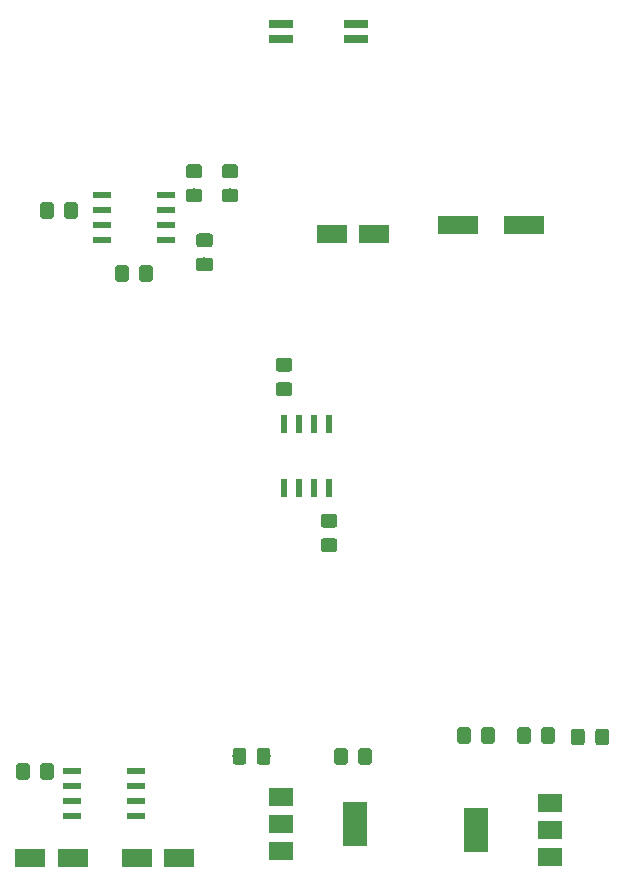
<source format=gbr>
G04 #@! TF.GenerationSoftware,KiCad,Pcbnew,(5.0.0-3-g5ebb6b6)*
G04 #@! TF.CreationDate,2018-11-15T11:28:39+00:00*
G04 #@! TF.ProjectId,555PWMTremolo,35353550574D5472656D6F6C6F2E6B69,rev?*
G04 #@! TF.SameCoordinates,Original*
G04 #@! TF.FileFunction,Paste,Top*
G04 #@! TF.FilePolarity,Positive*
%FSLAX46Y46*%
G04 Gerber Fmt 4.6, Leading zero omitted, Abs format (unit mm)*
G04 Created by KiCad (PCBNEW (5.0.0-3-g5ebb6b6)) date Thursday, 15 November 2018 at 11:28:39*
%MOMM*%
%LPD*%
G01*
G04 APERTURE LIST*
%ADD10R,2.000000X1.500000*%
%ADD11R,2.000000X3.800000*%
%ADD12C,0.100000*%
%ADD13C,1.150000*%
%ADD14R,0.600000X1.550000*%
%ADD15R,2.600000X1.600000*%
%ADD16R,1.550000X0.600000*%
%ADD17R,2.000000X0.640000*%
%ADD18R,3.500000X1.600000*%
G04 APERTURE END LIST*
D10*
G04 #@! TO.C,U_NREG1*
X100241500Y-144159000D03*
X100241500Y-139559000D03*
X100241500Y-141859000D03*
D11*
X93941500Y-141859000D03*
G04 #@! TD*
D12*
G04 #@! TO.C,C_BP1*
G36*
X70578505Y-87573204D02*
X70602773Y-87576804D01*
X70626572Y-87582765D01*
X70649671Y-87591030D01*
X70671850Y-87601520D01*
X70692893Y-87614132D01*
X70712599Y-87628747D01*
X70730777Y-87645223D01*
X70747253Y-87663401D01*
X70761868Y-87683107D01*
X70774480Y-87704150D01*
X70784970Y-87726329D01*
X70793235Y-87749428D01*
X70799196Y-87773227D01*
X70802796Y-87797495D01*
X70804000Y-87821999D01*
X70804000Y-88472001D01*
X70802796Y-88496505D01*
X70799196Y-88520773D01*
X70793235Y-88544572D01*
X70784970Y-88567671D01*
X70774480Y-88589850D01*
X70761868Y-88610893D01*
X70747253Y-88630599D01*
X70730777Y-88648777D01*
X70712599Y-88665253D01*
X70692893Y-88679868D01*
X70671850Y-88692480D01*
X70649671Y-88702970D01*
X70626572Y-88711235D01*
X70602773Y-88717196D01*
X70578505Y-88720796D01*
X70554001Y-88722000D01*
X69653999Y-88722000D01*
X69629495Y-88720796D01*
X69605227Y-88717196D01*
X69581428Y-88711235D01*
X69558329Y-88702970D01*
X69536150Y-88692480D01*
X69515107Y-88679868D01*
X69495401Y-88665253D01*
X69477223Y-88648777D01*
X69460747Y-88630599D01*
X69446132Y-88610893D01*
X69433520Y-88589850D01*
X69423030Y-88567671D01*
X69414765Y-88544572D01*
X69408804Y-88520773D01*
X69405204Y-88496505D01*
X69404000Y-88472001D01*
X69404000Y-87821999D01*
X69405204Y-87797495D01*
X69408804Y-87773227D01*
X69414765Y-87749428D01*
X69423030Y-87726329D01*
X69433520Y-87704150D01*
X69446132Y-87683107D01*
X69460747Y-87663401D01*
X69477223Y-87645223D01*
X69495401Y-87628747D01*
X69515107Y-87614132D01*
X69536150Y-87601520D01*
X69558329Y-87591030D01*
X69581428Y-87582765D01*
X69605227Y-87576804D01*
X69629495Y-87573204D01*
X69653999Y-87572000D01*
X70554001Y-87572000D01*
X70578505Y-87573204D01*
X70578505Y-87573204D01*
G37*
D13*
X70104000Y-88147000D03*
D12*
G36*
X70578505Y-85523204D02*
X70602773Y-85526804D01*
X70626572Y-85532765D01*
X70649671Y-85541030D01*
X70671850Y-85551520D01*
X70692893Y-85564132D01*
X70712599Y-85578747D01*
X70730777Y-85595223D01*
X70747253Y-85613401D01*
X70761868Y-85633107D01*
X70774480Y-85654150D01*
X70784970Y-85676329D01*
X70793235Y-85699428D01*
X70799196Y-85723227D01*
X70802796Y-85747495D01*
X70804000Y-85771999D01*
X70804000Y-86422001D01*
X70802796Y-86446505D01*
X70799196Y-86470773D01*
X70793235Y-86494572D01*
X70784970Y-86517671D01*
X70774480Y-86539850D01*
X70761868Y-86560893D01*
X70747253Y-86580599D01*
X70730777Y-86598777D01*
X70712599Y-86615253D01*
X70692893Y-86629868D01*
X70671850Y-86642480D01*
X70649671Y-86652970D01*
X70626572Y-86661235D01*
X70602773Y-86667196D01*
X70578505Y-86670796D01*
X70554001Y-86672000D01*
X69653999Y-86672000D01*
X69629495Y-86670796D01*
X69605227Y-86667196D01*
X69581428Y-86661235D01*
X69558329Y-86652970D01*
X69536150Y-86642480D01*
X69515107Y-86629868D01*
X69495401Y-86615253D01*
X69477223Y-86598777D01*
X69460747Y-86580599D01*
X69446132Y-86560893D01*
X69433520Y-86539850D01*
X69423030Y-86517671D01*
X69414765Y-86494572D01*
X69408804Y-86470773D01*
X69405204Y-86446505D01*
X69404000Y-86422001D01*
X69404000Y-85771999D01*
X69405204Y-85747495D01*
X69408804Y-85723227D01*
X69414765Y-85699428D01*
X69423030Y-85676329D01*
X69433520Y-85654150D01*
X69446132Y-85633107D01*
X69460747Y-85613401D01*
X69477223Y-85595223D01*
X69495401Y-85578747D01*
X69515107Y-85564132D01*
X69536150Y-85551520D01*
X69558329Y-85541030D01*
X69581428Y-85532765D01*
X69605227Y-85526804D01*
X69629495Y-85523204D01*
X69653999Y-85522000D01*
X70554001Y-85522000D01*
X70578505Y-85523204D01*
X70578505Y-85523204D01*
G37*
D13*
X70104000Y-86097000D03*
G04 #@! TD*
D12*
G04 #@! TO.C,C_BP3*
G36*
X78198505Y-103956204D02*
X78222773Y-103959804D01*
X78246572Y-103965765D01*
X78269671Y-103974030D01*
X78291850Y-103984520D01*
X78312893Y-103997132D01*
X78332599Y-104011747D01*
X78350777Y-104028223D01*
X78367253Y-104046401D01*
X78381868Y-104066107D01*
X78394480Y-104087150D01*
X78404970Y-104109329D01*
X78413235Y-104132428D01*
X78419196Y-104156227D01*
X78422796Y-104180495D01*
X78424000Y-104204999D01*
X78424000Y-104855001D01*
X78422796Y-104879505D01*
X78419196Y-104903773D01*
X78413235Y-104927572D01*
X78404970Y-104950671D01*
X78394480Y-104972850D01*
X78381868Y-104993893D01*
X78367253Y-105013599D01*
X78350777Y-105031777D01*
X78332599Y-105048253D01*
X78312893Y-105062868D01*
X78291850Y-105075480D01*
X78269671Y-105085970D01*
X78246572Y-105094235D01*
X78222773Y-105100196D01*
X78198505Y-105103796D01*
X78174001Y-105105000D01*
X77273999Y-105105000D01*
X77249495Y-105103796D01*
X77225227Y-105100196D01*
X77201428Y-105094235D01*
X77178329Y-105085970D01*
X77156150Y-105075480D01*
X77135107Y-105062868D01*
X77115401Y-105048253D01*
X77097223Y-105031777D01*
X77080747Y-105013599D01*
X77066132Y-104993893D01*
X77053520Y-104972850D01*
X77043030Y-104950671D01*
X77034765Y-104927572D01*
X77028804Y-104903773D01*
X77025204Y-104879505D01*
X77024000Y-104855001D01*
X77024000Y-104204999D01*
X77025204Y-104180495D01*
X77028804Y-104156227D01*
X77034765Y-104132428D01*
X77043030Y-104109329D01*
X77053520Y-104087150D01*
X77066132Y-104066107D01*
X77080747Y-104046401D01*
X77097223Y-104028223D01*
X77115401Y-104011747D01*
X77135107Y-103997132D01*
X77156150Y-103984520D01*
X77178329Y-103974030D01*
X77201428Y-103965765D01*
X77225227Y-103959804D01*
X77249495Y-103956204D01*
X77273999Y-103955000D01*
X78174001Y-103955000D01*
X78198505Y-103956204D01*
X78198505Y-103956204D01*
G37*
D13*
X77724000Y-104530000D03*
D12*
G36*
X78198505Y-101906204D02*
X78222773Y-101909804D01*
X78246572Y-101915765D01*
X78269671Y-101924030D01*
X78291850Y-101934520D01*
X78312893Y-101947132D01*
X78332599Y-101961747D01*
X78350777Y-101978223D01*
X78367253Y-101996401D01*
X78381868Y-102016107D01*
X78394480Y-102037150D01*
X78404970Y-102059329D01*
X78413235Y-102082428D01*
X78419196Y-102106227D01*
X78422796Y-102130495D01*
X78424000Y-102154999D01*
X78424000Y-102805001D01*
X78422796Y-102829505D01*
X78419196Y-102853773D01*
X78413235Y-102877572D01*
X78404970Y-102900671D01*
X78394480Y-102922850D01*
X78381868Y-102943893D01*
X78367253Y-102963599D01*
X78350777Y-102981777D01*
X78332599Y-102998253D01*
X78312893Y-103012868D01*
X78291850Y-103025480D01*
X78269671Y-103035970D01*
X78246572Y-103044235D01*
X78222773Y-103050196D01*
X78198505Y-103053796D01*
X78174001Y-103055000D01*
X77273999Y-103055000D01*
X77249495Y-103053796D01*
X77225227Y-103050196D01*
X77201428Y-103044235D01*
X77178329Y-103035970D01*
X77156150Y-103025480D01*
X77135107Y-103012868D01*
X77115401Y-102998253D01*
X77097223Y-102981777D01*
X77080747Y-102963599D01*
X77066132Y-102943893D01*
X77053520Y-102922850D01*
X77043030Y-102900671D01*
X77034765Y-102877572D01*
X77028804Y-102853773D01*
X77025204Y-102829505D01*
X77024000Y-102805001D01*
X77024000Y-102154999D01*
X77025204Y-102130495D01*
X77028804Y-102106227D01*
X77034765Y-102082428D01*
X77043030Y-102059329D01*
X77053520Y-102037150D01*
X77066132Y-102016107D01*
X77080747Y-101996401D01*
X77097223Y-101978223D01*
X77115401Y-101961747D01*
X77135107Y-101947132D01*
X77156150Y-101934520D01*
X77178329Y-101924030D01*
X77201428Y-101915765D01*
X77225227Y-101909804D01*
X77249495Y-101906204D01*
X77273999Y-101905000D01*
X78174001Y-101905000D01*
X78198505Y-101906204D01*
X78198505Y-101906204D01*
G37*
D13*
X77724000Y-102480000D03*
G04 #@! TD*
D12*
G04 #@! TO.C,C_BP4*
G36*
X82008505Y-117164204D02*
X82032773Y-117167804D01*
X82056572Y-117173765D01*
X82079671Y-117182030D01*
X82101850Y-117192520D01*
X82122893Y-117205132D01*
X82142599Y-117219747D01*
X82160777Y-117236223D01*
X82177253Y-117254401D01*
X82191868Y-117274107D01*
X82204480Y-117295150D01*
X82214970Y-117317329D01*
X82223235Y-117340428D01*
X82229196Y-117364227D01*
X82232796Y-117388495D01*
X82234000Y-117412999D01*
X82234000Y-118063001D01*
X82232796Y-118087505D01*
X82229196Y-118111773D01*
X82223235Y-118135572D01*
X82214970Y-118158671D01*
X82204480Y-118180850D01*
X82191868Y-118201893D01*
X82177253Y-118221599D01*
X82160777Y-118239777D01*
X82142599Y-118256253D01*
X82122893Y-118270868D01*
X82101850Y-118283480D01*
X82079671Y-118293970D01*
X82056572Y-118302235D01*
X82032773Y-118308196D01*
X82008505Y-118311796D01*
X81984001Y-118313000D01*
X81083999Y-118313000D01*
X81059495Y-118311796D01*
X81035227Y-118308196D01*
X81011428Y-118302235D01*
X80988329Y-118293970D01*
X80966150Y-118283480D01*
X80945107Y-118270868D01*
X80925401Y-118256253D01*
X80907223Y-118239777D01*
X80890747Y-118221599D01*
X80876132Y-118201893D01*
X80863520Y-118180850D01*
X80853030Y-118158671D01*
X80844765Y-118135572D01*
X80838804Y-118111773D01*
X80835204Y-118087505D01*
X80834000Y-118063001D01*
X80834000Y-117412999D01*
X80835204Y-117388495D01*
X80838804Y-117364227D01*
X80844765Y-117340428D01*
X80853030Y-117317329D01*
X80863520Y-117295150D01*
X80876132Y-117274107D01*
X80890747Y-117254401D01*
X80907223Y-117236223D01*
X80925401Y-117219747D01*
X80945107Y-117205132D01*
X80966150Y-117192520D01*
X80988329Y-117182030D01*
X81011428Y-117173765D01*
X81035227Y-117167804D01*
X81059495Y-117164204D01*
X81083999Y-117163000D01*
X81984001Y-117163000D01*
X82008505Y-117164204D01*
X82008505Y-117164204D01*
G37*
D13*
X81534000Y-117738000D03*
D12*
G36*
X82008505Y-115114204D02*
X82032773Y-115117804D01*
X82056572Y-115123765D01*
X82079671Y-115132030D01*
X82101850Y-115142520D01*
X82122893Y-115155132D01*
X82142599Y-115169747D01*
X82160777Y-115186223D01*
X82177253Y-115204401D01*
X82191868Y-115224107D01*
X82204480Y-115245150D01*
X82214970Y-115267329D01*
X82223235Y-115290428D01*
X82229196Y-115314227D01*
X82232796Y-115338495D01*
X82234000Y-115362999D01*
X82234000Y-116013001D01*
X82232796Y-116037505D01*
X82229196Y-116061773D01*
X82223235Y-116085572D01*
X82214970Y-116108671D01*
X82204480Y-116130850D01*
X82191868Y-116151893D01*
X82177253Y-116171599D01*
X82160777Y-116189777D01*
X82142599Y-116206253D01*
X82122893Y-116220868D01*
X82101850Y-116233480D01*
X82079671Y-116243970D01*
X82056572Y-116252235D01*
X82032773Y-116258196D01*
X82008505Y-116261796D01*
X81984001Y-116263000D01*
X81083999Y-116263000D01*
X81059495Y-116261796D01*
X81035227Y-116258196D01*
X81011428Y-116252235D01*
X80988329Y-116243970D01*
X80966150Y-116233480D01*
X80945107Y-116220868D01*
X80925401Y-116206253D01*
X80907223Y-116189777D01*
X80890747Y-116171599D01*
X80876132Y-116151893D01*
X80863520Y-116130850D01*
X80853030Y-116108671D01*
X80844765Y-116085572D01*
X80838804Y-116061773D01*
X80835204Y-116037505D01*
X80834000Y-116013001D01*
X80834000Y-115362999D01*
X80835204Y-115338495D01*
X80838804Y-115314227D01*
X80844765Y-115290428D01*
X80853030Y-115267329D01*
X80863520Y-115245150D01*
X80876132Y-115224107D01*
X80890747Y-115204401D01*
X80907223Y-115186223D01*
X80925401Y-115169747D01*
X80945107Y-115155132D01*
X80966150Y-115142520D01*
X80988329Y-115132030D01*
X81011428Y-115123765D01*
X81035227Y-115117804D01*
X81059495Y-115114204D01*
X81083999Y-115113000D01*
X81984001Y-115113000D01*
X82008505Y-115114204D01*
X82008505Y-115114204D01*
G37*
D13*
X81534000Y-115688000D03*
G04 #@! TD*
D12*
G04 #@! TO.C,C_BP5*
G36*
X55966505Y-136207204D02*
X55990773Y-136210804D01*
X56014572Y-136216765D01*
X56037671Y-136225030D01*
X56059850Y-136235520D01*
X56080893Y-136248132D01*
X56100599Y-136262747D01*
X56118777Y-136279223D01*
X56135253Y-136297401D01*
X56149868Y-136317107D01*
X56162480Y-136338150D01*
X56172970Y-136360329D01*
X56181235Y-136383428D01*
X56187196Y-136407227D01*
X56190796Y-136431495D01*
X56192000Y-136455999D01*
X56192000Y-137356001D01*
X56190796Y-137380505D01*
X56187196Y-137404773D01*
X56181235Y-137428572D01*
X56172970Y-137451671D01*
X56162480Y-137473850D01*
X56149868Y-137494893D01*
X56135253Y-137514599D01*
X56118777Y-137532777D01*
X56100599Y-137549253D01*
X56080893Y-137563868D01*
X56059850Y-137576480D01*
X56037671Y-137586970D01*
X56014572Y-137595235D01*
X55990773Y-137601196D01*
X55966505Y-137604796D01*
X55942001Y-137606000D01*
X55291999Y-137606000D01*
X55267495Y-137604796D01*
X55243227Y-137601196D01*
X55219428Y-137595235D01*
X55196329Y-137586970D01*
X55174150Y-137576480D01*
X55153107Y-137563868D01*
X55133401Y-137549253D01*
X55115223Y-137532777D01*
X55098747Y-137514599D01*
X55084132Y-137494893D01*
X55071520Y-137473850D01*
X55061030Y-137451671D01*
X55052765Y-137428572D01*
X55046804Y-137404773D01*
X55043204Y-137380505D01*
X55042000Y-137356001D01*
X55042000Y-136455999D01*
X55043204Y-136431495D01*
X55046804Y-136407227D01*
X55052765Y-136383428D01*
X55061030Y-136360329D01*
X55071520Y-136338150D01*
X55084132Y-136317107D01*
X55098747Y-136297401D01*
X55115223Y-136279223D01*
X55133401Y-136262747D01*
X55153107Y-136248132D01*
X55174150Y-136235520D01*
X55196329Y-136225030D01*
X55219428Y-136216765D01*
X55243227Y-136210804D01*
X55267495Y-136207204D01*
X55291999Y-136206000D01*
X55942001Y-136206000D01*
X55966505Y-136207204D01*
X55966505Y-136207204D01*
G37*
D13*
X55617000Y-136906000D03*
D12*
G36*
X58016505Y-136207204D02*
X58040773Y-136210804D01*
X58064572Y-136216765D01*
X58087671Y-136225030D01*
X58109850Y-136235520D01*
X58130893Y-136248132D01*
X58150599Y-136262747D01*
X58168777Y-136279223D01*
X58185253Y-136297401D01*
X58199868Y-136317107D01*
X58212480Y-136338150D01*
X58222970Y-136360329D01*
X58231235Y-136383428D01*
X58237196Y-136407227D01*
X58240796Y-136431495D01*
X58242000Y-136455999D01*
X58242000Y-137356001D01*
X58240796Y-137380505D01*
X58237196Y-137404773D01*
X58231235Y-137428572D01*
X58222970Y-137451671D01*
X58212480Y-137473850D01*
X58199868Y-137494893D01*
X58185253Y-137514599D01*
X58168777Y-137532777D01*
X58150599Y-137549253D01*
X58130893Y-137563868D01*
X58109850Y-137576480D01*
X58087671Y-137586970D01*
X58064572Y-137595235D01*
X58040773Y-137601196D01*
X58016505Y-137604796D01*
X57992001Y-137606000D01*
X57341999Y-137606000D01*
X57317495Y-137604796D01*
X57293227Y-137601196D01*
X57269428Y-137595235D01*
X57246329Y-137586970D01*
X57224150Y-137576480D01*
X57203107Y-137563868D01*
X57183401Y-137549253D01*
X57165223Y-137532777D01*
X57148747Y-137514599D01*
X57134132Y-137494893D01*
X57121520Y-137473850D01*
X57111030Y-137451671D01*
X57102765Y-137428572D01*
X57096804Y-137404773D01*
X57093204Y-137380505D01*
X57092000Y-137356001D01*
X57092000Y-136455999D01*
X57093204Y-136431495D01*
X57096804Y-136407227D01*
X57102765Y-136383428D01*
X57111030Y-136360329D01*
X57121520Y-136338150D01*
X57134132Y-136317107D01*
X57148747Y-136297401D01*
X57165223Y-136279223D01*
X57183401Y-136262747D01*
X57203107Y-136248132D01*
X57224150Y-136235520D01*
X57246329Y-136225030D01*
X57269428Y-136216765D01*
X57293227Y-136210804D01*
X57317495Y-136207204D01*
X57341999Y-136206000D01*
X57992001Y-136206000D01*
X58016505Y-136207204D01*
X58016505Y-136207204D01*
G37*
D13*
X57667000Y-136906000D03*
G04 #@! TD*
D12*
G04 #@! TO.C,R1*
G36*
X74305305Y-134937204D02*
X74329573Y-134940804D01*
X74353372Y-134946765D01*
X74376471Y-134955030D01*
X74398650Y-134965520D01*
X74419693Y-134978132D01*
X74439399Y-134992747D01*
X74457577Y-135009223D01*
X74474053Y-135027401D01*
X74488668Y-135047107D01*
X74501280Y-135068150D01*
X74511770Y-135090329D01*
X74520035Y-135113428D01*
X74525996Y-135137227D01*
X74529596Y-135161495D01*
X74530800Y-135185999D01*
X74530800Y-136086001D01*
X74529596Y-136110505D01*
X74525996Y-136134773D01*
X74520035Y-136158572D01*
X74511770Y-136181671D01*
X74501280Y-136203850D01*
X74488668Y-136224893D01*
X74474053Y-136244599D01*
X74457577Y-136262777D01*
X74439399Y-136279253D01*
X74419693Y-136293868D01*
X74398650Y-136306480D01*
X74376471Y-136316970D01*
X74353372Y-136325235D01*
X74329573Y-136331196D01*
X74305305Y-136334796D01*
X74280801Y-136336000D01*
X73630799Y-136336000D01*
X73606295Y-136334796D01*
X73582027Y-136331196D01*
X73558228Y-136325235D01*
X73535129Y-136316970D01*
X73512950Y-136306480D01*
X73491907Y-136293868D01*
X73472201Y-136279253D01*
X73454023Y-136262777D01*
X73437547Y-136244599D01*
X73422932Y-136224893D01*
X73410320Y-136203850D01*
X73399830Y-136181671D01*
X73391565Y-136158572D01*
X73385604Y-136134773D01*
X73382004Y-136110505D01*
X73380800Y-136086001D01*
X73380800Y-135185999D01*
X73382004Y-135161495D01*
X73385604Y-135137227D01*
X73391565Y-135113428D01*
X73399830Y-135090329D01*
X73410320Y-135068150D01*
X73422932Y-135047107D01*
X73437547Y-135027401D01*
X73454023Y-135009223D01*
X73472201Y-134992747D01*
X73491907Y-134978132D01*
X73512950Y-134965520D01*
X73535129Y-134955030D01*
X73558228Y-134946765D01*
X73582027Y-134940804D01*
X73606295Y-134937204D01*
X73630799Y-134936000D01*
X74280801Y-134936000D01*
X74305305Y-134937204D01*
X74305305Y-134937204D01*
G37*
D13*
X73955800Y-135636000D03*
D12*
G36*
X76355305Y-134937204D02*
X76379573Y-134940804D01*
X76403372Y-134946765D01*
X76426471Y-134955030D01*
X76448650Y-134965520D01*
X76469693Y-134978132D01*
X76489399Y-134992747D01*
X76507577Y-135009223D01*
X76524053Y-135027401D01*
X76538668Y-135047107D01*
X76551280Y-135068150D01*
X76561770Y-135090329D01*
X76570035Y-135113428D01*
X76575996Y-135137227D01*
X76579596Y-135161495D01*
X76580800Y-135185999D01*
X76580800Y-136086001D01*
X76579596Y-136110505D01*
X76575996Y-136134773D01*
X76570035Y-136158572D01*
X76561770Y-136181671D01*
X76551280Y-136203850D01*
X76538668Y-136224893D01*
X76524053Y-136244599D01*
X76507577Y-136262777D01*
X76489399Y-136279253D01*
X76469693Y-136293868D01*
X76448650Y-136306480D01*
X76426471Y-136316970D01*
X76403372Y-136325235D01*
X76379573Y-136331196D01*
X76355305Y-136334796D01*
X76330801Y-136336000D01*
X75680799Y-136336000D01*
X75656295Y-136334796D01*
X75632027Y-136331196D01*
X75608228Y-136325235D01*
X75585129Y-136316970D01*
X75562950Y-136306480D01*
X75541907Y-136293868D01*
X75522201Y-136279253D01*
X75504023Y-136262777D01*
X75487547Y-136244599D01*
X75472932Y-136224893D01*
X75460320Y-136203850D01*
X75449830Y-136181671D01*
X75441565Y-136158572D01*
X75435604Y-136134773D01*
X75432004Y-136110505D01*
X75430800Y-136086001D01*
X75430800Y-135185999D01*
X75432004Y-135161495D01*
X75435604Y-135137227D01*
X75441565Y-135113428D01*
X75449830Y-135090329D01*
X75460320Y-135068150D01*
X75472932Y-135047107D01*
X75487547Y-135027401D01*
X75504023Y-135009223D01*
X75522201Y-134992747D01*
X75541907Y-134978132D01*
X75562950Y-134965520D01*
X75585129Y-134955030D01*
X75608228Y-134946765D01*
X75632027Y-134940804D01*
X75656295Y-134937204D01*
X75680799Y-134936000D01*
X76330801Y-134936000D01*
X76355305Y-134937204D01*
X76355305Y-134937204D01*
G37*
D13*
X76005800Y-135636000D03*
G04 #@! TD*
D12*
G04 #@! TO.C,R2*
G36*
X84940505Y-134937204D02*
X84964773Y-134940804D01*
X84988572Y-134946765D01*
X85011671Y-134955030D01*
X85033850Y-134965520D01*
X85054893Y-134978132D01*
X85074599Y-134992747D01*
X85092777Y-135009223D01*
X85109253Y-135027401D01*
X85123868Y-135047107D01*
X85136480Y-135068150D01*
X85146970Y-135090329D01*
X85155235Y-135113428D01*
X85161196Y-135137227D01*
X85164796Y-135161495D01*
X85166000Y-135185999D01*
X85166000Y-136086001D01*
X85164796Y-136110505D01*
X85161196Y-136134773D01*
X85155235Y-136158572D01*
X85146970Y-136181671D01*
X85136480Y-136203850D01*
X85123868Y-136224893D01*
X85109253Y-136244599D01*
X85092777Y-136262777D01*
X85074599Y-136279253D01*
X85054893Y-136293868D01*
X85033850Y-136306480D01*
X85011671Y-136316970D01*
X84988572Y-136325235D01*
X84964773Y-136331196D01*
X84940505Y-136334796D01*
X84916001Y-136336000D01*
X84265999Y-136336000D01*
X84241495Y-136334796D01*
X84217227Y-136331196D01*
X84193428Y-136325235D01*
X84170329Y-136316970D01*
X84148150Y-136306480D01*
X84127107Y-136293868D01*
X84107401Y-136279253D01*
X84089223Y-136262777D01*
X84072747Y-136244599D01*
X84058132Y-136224893D01*
X84045520Y-136203850D01*
X84035030Y-136181671D01*
X84026765Y-136158572D01*
X84020804Y-136134773D01*
X84017204Y-136110505D01*
X84016000Y-136086001D01*
X84016000Y-135185999D01*
X84017204Y-135161495D01*
X84020804Y-135137227D01*
X84026765Y-135113428D01*
X84035030Y-135090329D01*
X84045520Y-135068150D01*
X84058132Y-135047107D01*
X84072747Y-135027401D01*
X84089223Y-135009223D01*
X84107401Y-134992747D01*
X84127107Y-134978132D01*
X84148150Y-134965520D01*
X84170329Y-134955030D01*
X84193428Y-134946765D01*
X84217227Y-134940804D01*
X84241495Y-134937204D01*
X84265999Y-134936000D01*
X84916001Y-134936000D01*
X84940505Y-134937204D01*
X84940505Y-134937204D01*
G37*
D13*
X84591000Y-135636000D03*
D12*
G36*
X82890505Y-134937204D02*
X82914773Y-134940804D01*
X82938572Y-134946765D01*
X82961671Y-134955030D01*
X82983850Y-134965520D01*
X83004893Y-134978132D01*
X83024599Y-134992747D01*
X83042777Y-135009223D01*
X83059253Y-135027401D01*
X83073868Y-135047107D01*
X83086480Y-135068150D01*
X83096970Y-135090329D01*
X83105235Y-135113428D01*
X83111196Y-135137227D01*
X83114796Y-135161495D01*
X83116000Y-135185999D01*
X83116000Y-136086001D01*
X83114796Y-136110505D01*
X83111196Y-136134773D01*
X83105235Y-136158572D01*
X83096970Y-136181671D01*
X83086480Y-136203850D01*
X83073868Y-136224893D01*
X83059253Y-136244599D01*
X83042777Y-136262777D01*
X83024599Y-136279253D01*
X83004893Y-136293868D01*
X82983850Y-136306480D01*
X82961671Y-136316970D01*
X82938572Y-136325235D01*
X82914773Y-136331196D01*
X82890505Y-136334796D01*
X82866001Y-136336000D01*
X82215999Y-136336000D01*
X82191495Y-136334796D01*
X82167227Y-136331196D01*
X82143428Y-136325235D01*
X82120329Y-136316970D01*
X82098150Y-136306480D01*
X82077107Y-136293868D01*
X82057401Y-136279253D01*
X82039223Y-136262777D01*
X82022747Y-136244599D01*
X82008132Y-136224893D01*
X81995520Y-136203850D01*
X81985030Y-136181671D01*
X81976765Y-136158572D01*
X81970804Y-136134773D01*
X81967204Y-136110505D01*
X81966000Y-136086001D01*
X81966000Y-135185999D01*
X81967204Y-135161495D01*
X81970804Y-135137227D01*
X81976765Y-135113428D01*
X81985030Y-135090329D01*
X81995520Y-135068150D01*
X82008132Y-135047107D01*
X82022747Y-135027401D01*
X82039223Y-135009223D01*
X82057401Y-134992747D01*
X82077107Y-134978132D01*
X82098150Y-134965520D01*
X82120329Y-134955030D01*
X82143428Y-134946765D01*
X82167227Y-134940804D01*
X82191495Y-134937204D01*
X82215999Y-134936000D01*
X82866001Y-134936000D01*
X82890505Y-134937204D01*
X82890505Y-134937204D01*
G37*
D13*
X82541000Y-135636000D03*
G04 #@! TD*
D12*
G04 #@! TO.C,R3*
G36*
X102956505Y-133286204D02*
X102980773Y-133289804D01*
X103004572Y-133295765D01*
X103027671Y-133304030D01*
X103049850Y-133314520D01*
X103070893Y-133327132D01*
X103090599Y-133341747D01*
X103108777Y-133358223D01*
X103125253Y-133376401D01*
X103139868Y-133396107D01*
X103152480Y-133417150D01*
X103162970Y-133439329D01*
X103171235Y-133462428D01*
X103177196Y-133486227D01*
X103180796Y-133510495D01*
X103182000Y-133534999D01*
X103182000Y-134435001D01*
X103180796Y-134459505D01*
X103177196Y-134483773D01*
X103171235Y-134507572D01*
X103162970Y-134530671D01*
X103152480Y-134552850D01*
X103139868Y-134573893D01*
X103125253Y-134593599D01*
X103108777Y-134611777D01*
X103090599Y-134628253D01*
X103070893Y-134642868D01*
X103049850Y-134655480D01*
X103027671Y-134665970D01*
X103004572Y-134674235D01*
X102980773Y-134680196D01*
X102956505Y-134683796D01*
X102932001Y-134685000D01*
X102281999Y-134685000D01*
X102257495Y-134683796D01*
X102233227Y-134680196D01*
X102209428Y-134674235D01*
X102186329Y-134665970D01*
X102164150Y-134655480D01*
X102143107Y-134642868D01*
X102123401Y-134628253D01*
X102105223Y-134611777D01*
X102088747Y-134593599D01*
X102074132Y-134573893D01*
X102061520Y-134552850D01*
X102051030Y-134530671D01*
X102042765Y-134507572D01*
X102036804Y-134483773D01*
X102033204Y-134459505D01*
X102032000Y-134435001D01*
X102032000Y-133534999D01*
X102033204Y-133510495D01*
X102036804Y-133486227D01*
X102042765Y-133462428D01*
X102051030Y-133439329D01*
X102061520Y-133417150D01*
X102074132Y-133396107D01*
X102088747Y-133376401D01*
X102105223Y-133358223D01*
X102123401Y-133341747D01*
X102143107Y-133327132D01*
X102164150Y-133314520D01*
X102186329Y-133304030D01*
X102209428Y-133295765D01*
X102233227Y-133289804D01*
X102257495Y-133286204D01*
X102281999Y-133285000D01*
X102932001Y-133285000D01*
X102956505Y-133286204D01*
X102956505Y-133286204D01*
G37*
D13*
X102607000Y-133985000D03*
D12*
G36*
X105006505Y-133286204D02*
X105030773Y-133289804D01*
X105054572Y-133295765D01*
X105077671Y-133304030D01*
X105099850Y-133314520D01*
X105120893Y-133327132D01*
X105140599Y-133341747D01*
X105158777Y-133358223D01*
X105175253Y-133376401D01*
X105189868Y-133396107D01*
X105202480Y-133417150D01*
X105212970Y-133439329D01*
X105221235Y-133462428D01*
X105227196Y-133486227D01*
X105230796Y-133510495D01*
X105232000Y-133534999D01*
X105232000Y-134435001D01*
X105230796Y-134459505D01*
X105227196Y-134483773D01*
X105221235Y-134507572D01*
X105212970Y-134530671D01*
X105202480Y-134552850D01*
X105189868Y-134573893D01*
X105175253Y-134593599D01*
X105158777Y-134611777D01*
X105140599Y-134628253D01*
X105120893Y-134642868D01*
X105099850Y-134655480D01*
X105077671Y-134665970D01*
X105054572Y-134674235D01*
X105030773Y-134680196D01*
X105006505Y-134683796D01*
X104982001Y-134685000D01*
X104331999Y-134685000D01*
X104307495Y-134683796D01*
X104283227Y-134680196D01*
X104259428Y-134674235D01*
X104236329Y-134665970D01*
X104214150Y-134655480D01*
X104193107Y-134642868D01*
X104173401Y-134628253D01*
X104155223Y-134611777D01*
X104138747Y-134593599D01*
X104124132Y-134573893D01*
X104111520Y-134552850D01*
X104101030Y-134530671D01*
X104092765Y-134507572D01*
X104086804Y-134483773D01*
X104083204Y-134459505D01*
X104082000Y-134435001D01*
X104082000Y-133534999D01*
X104083204Y-133510495D01*
X104086804Y-133486227D01*
X104092765Y-133462428D01*
X104101030Y-133439329D01*
X104111520Y-133417150D01*
X104124132Y-133396107D01*
X104138747Y-133376401D01*
X104155223Y-133358223D01*
X104173401Y-133341747D01*
X104193107Y-133327132D01*
X104214150Y-133314520D01*
X104236329Y-133304030D01*
X104259428Y-133295765D01*
X104283227Y-133289804D01*
X104307495Y-133286204D01*
X104331999Y-133285000D01*
X104982001Y-133285000D01*
X105006505Y-133286204D01*
X105006505Y-133286204D01*
G37*
D13*
X104657000Y-133985000D03*
G04 #@! TD*
D12*
G04 #@! TO.C,R4*
G36*
X95354505Y-133159204D02*
X95378773Y-133162804D01*
X95402572Y-133168765D01*
X95425671Y-133177030D01*
X95447850Y-133187520D01*
X95468893Y-133200132D01*
X95488599Y-133214747D01*
X95506777Y-133231223D01*
X95523253Y-133249401D01*
X95537868Y-133269107D01*
X95550480Y-133290150D01*
X95560970Y-133312329D01*
X95569235Y-133335428D01*
X95575196Y-133359227D01*
X95578796Y-133383495D01*
X95580000Y-133407999D01*
X95580000Y-134308001D01*
X95578796Y-134332505D01*
X95575196Y-134356773D01*
X95569235Y-134380572D01*
X95560970Y-134403671D01*
X95550480Y-134425850D01*
X95537868Y-134446893D01*
X95523253Y-134466599D01*
X95506777Y-134484777D01*
X95488599Y-134501253D01*
X95468893Y-134515868D01*
X95447850Y-134528480D01*
X95425671Y-134538970D01*
X95402572Y-134547235D01*
X95378773Y-134553196D01*
X95354505Y-134556796D01*
X95330001Y-134558000D01*
X94679999Y-134558000D01*
X94655495Y-134556796D01*
X94631227Y-134553196D01*
X94607428Y-134547235D01*
X94584329Y-134538970D01*
X94562150Y-134528480D01*
X94541107Y-134515868D01*
X94521401Y-134501253D01*
X94503223Y-134484777D01*
X94486747Y-134466599D01*
X94472132Y-134446893D01*
X94459520Y-134425850D01*
X94449030Y-134403671D01*
X94440765Y-134380572D01*
X94434804Y-134356773D01*
X94431204Y-134332505D01*
X94430000Y-134308001D01*
X94430000Y-133407999D01*
X94431204Y-133383495D01*
X94434804Y-133359227D01*
X94440765Y-133335428D01*
X94449030Y-133312329D01*
X94459520Y-133290150D01*
X94472132Y-133269107D01*
X94486747Y-133249401D01*
X94503223Y-133231223D01*
X94521401Y-133214747D01*
X94541107Y-133200132D01*
X94562150Y-133187520D01*
X94584329Y-133177030D01*
X94607428Y-133168765D01*
X94631227Y-133162804D01*
X94655495Y-133159204D01*
X94679999Y-133158000D01*
X95330001Y-133158000D01*
X95354505Y-133159204D01*
X95354505Y-133159204D01*
G37*
D13*
X95005000Y-133858000D03*
D12*
G36*
X93304505Y-133159204D02*
X93328773Y-133162804D01*
X93352572Y-133168765D01*
X93375671Y-133177030D01*
X93397850Y-133187520D01*
X93418893Y-133200132D01*
X93438599Y-133214747D01*
X93456777Y-133231223D01*
X93473253Y-133249401D01*
X93487868Y-133269107D01*
X93500480Y-133290150D01*
X93510970Y-133312329D01*
X93519235Y-133335428D01*
X93525196Y-133359227D01*
X93528796Y-133383495D01*
X93530000Y-133407999D01*
X93530000Y-134308001D01*
X93528796Y-134332505D01*
X93525196Y-134356773D01*
X93519235Y-134380572D01*
X93510970Y-134403671D01*
X93500480Y-134425850D01*
X93487868Y-134446893D01*
X93473253Y-134466599D01*
X93456777Y-134484777D01*
X93438599Y-134501253D01*
X93418893Y-134515868D01*
X93397850Y-134528480D01*
X93375671Y-134538970D01*
X93352572Y-134547235D01*
X93328773Y-134553196D01*
X93304505Y-134556796D01*
X93280001Y-134558000D01*
X92629999Y-134558000D01*
X92605495Y-134556796D01*
X92581227Y-134553196D01*
X92557428Y-134547235D01*
X92534329Y-134538970D01*
X92512150Y-134528480D01*
X92491107Y-134515868D01*
X92471401Y-134501253D01*
X92453223Y-134484777D01*
X92436747Y-134466599D01*
X92422132Y-134446893D01*
X92409520Y-134425850D01*
X92399030Y-134403671D01*
X92390765Y-134380572D01*
X92384804Y-134356773D01*
X92381204Y-134332505D01*
X92380000Y-134308001D01*
X92380000Y-133407999D01*
X92381204Y-133383495D01*
X92384804Y-133359227D01*
X92390765Y-133335428D01*
X92399030Y-133312329D01*
X92409520Y-133290150D01*
X92422132Y-133269107D01*
X92436747Y-133249401D01*
X92453223Y-133231223D01*
X92471401Y-133214747D01*
X92491107Y-133200132D01*
X92512150Y-133187520D01*
X92534329Y-133177030D01*
X92557428Y-133168765D01*
X92581227Y-133162804D01*
X92605495Y-133159204D01*
X92629999Y-133158000D01*
X93280001Y-133158000D01*
X93304505Y-133159204D01*
X93304505Y-133159204D01*
G37*
D13*
X92955000Y-133858000D03*
G04 #@! TD*
D12*
G04 #@! TO.C,R5*
G36*
X100434505Y-133159204D02*
X100458773Y-133162804D01*
X100482572Y-133168765D01*
X100505671Y-133177030D01*
X100527850Y-133187520D01*
X100548893Y-133200132D01*
X100568599Y-133214747D01*
X100586777Y-133231223D01*
X100603253Y-133249401D01*
X100617868Y-133269107D01*
X100630480Y-133290150D01*
X100640970Y-133312329D01*
X100649235Y-133335428D01*
X100655196Y-133359227D01*
X100658796Y-133383495D01*
X100660000Y-133407999D01*
X100660000Y-134308001D01*
X100658796Y-134332505D01*
X100655196Y-134356773D01*
X100649235Y-134380572D01*
X100640970Y-134403671D01*
X100630480Y-134425850D01*
X100617868Y-134446893D01*
X100603253Y-134466599D01*
X100586777Y-134484777D01*
X100568599Y-134501253D01*
X100548893Y-134515868D01*
X100527850Y-134528480D01*
X100505671Y-134538970D01*
X100482572Y-134547235D01*
X100458773Y-134553196D01*
X100434505Y-134556796D01*
X100410001Y-134558000D01*
X99759999Y-134558000D01*
X99735495Y-134556796D01*
X99711227Y-134553196D01*
X99687428Y-134547235D01*
X99664329Y-134538970D01*
X99642150Y-134528480D01*
X99621107Y-134515868D01*
X99601401Y-134501253D01*
X99583223Y-134484777D01*
X99566747Y-134466599D01*
X99552132Y-134446893D01*
X99539520Y-134425850D01*
X99529030Y-134403671D01*
X99520765Y-134380572D01*
X99514804Y-134356773D01*
X99511204Y-134332505D01*
X99510000Y-134308001D01*
X99510000Y-133407999D01*
X99511204Y-133383495D01*
X99514804Y-133359227D01*
X99520765Y-133335428D01*
X99529030Y-133312329D01*
X99539520Y-133290150D01*
X99552132Y-133269107D01*
X99566747Y-133249401D01*
X99583223Y-133231223D01*
X99601401Y-133214747D01*
X99621107Y-133200132D01*
X99642150Y-133187520D01*
X99664329Y-133177030D01*
X99687428Y-133168765D01*
X99711227Y-133162804D01*
X99735495Y-133159204D01*
X99759999Y-133158000D01*
X100410001Y-133158000D01*
X100434505Y-133159204D01*
X100434505Y-133159204D01*
G37*
D13*
X100085000Y-133858000D03*
D12*
G36*
X98384505Y-133159204D02*
X98408773Y-133162804D01*
X98432572Y-133168765D01*
X98455671Y-133177030D01*
X98477850Y-133187520D01*
X98498893Y-133200132D01*
X98518599Y-133214747D01*
X98536777Y-133231223D01*
X98553253Y-133249401D01*
X98567868Y-133269107D01*
X98580480Y-133290150D01*
X98590970Y-133312329D01*
X98599235Y-133335428D01*
X98605196Y-133359227D01*
X98608796Y-133383495D01*
X98610000Y-133407999D01*
X98610000Y-134308001D01*
X98608796Y-134332505D01*
X98605196Y-134356773D01*
X98599235Y-134380572D01*
X98590970Y-134403671D01*
X98580480Y-134425850D01*
X98567868Y-134446893D01*
X98553253Y-134466599D01*
X98536777Y-134484777D01*
X98518599Y-134501253D01*
X98498893Y-134515868D01*
X98477850Y-134528480D01*
X98455671Y-134538970D01*
X98432572Y-134547235D01*
X98408773Y-134553196D01*
X98384505Y-134556796D01*
X98360001Y-134558000D01*
X97709999Y-134558000D01*
X97685495Y-134556796D01*
X97661227Y-134553196D01*
X97637428Y-134547235D01*
X97614329Y-134538970D01*
X97592150Y-134528480D01*
X97571107Y-134515868D01*
X97551401Y-134501253D01*
X97533223Y-134484777D01*
X97516747Y-134466599D01*
X97502132Y-134446893D01*
X97489520Y-134425850D01*
X97479030Y-134403671D01*
X97470765Y-134380572D01*
X97464804Y-134356773D01*
X97461204Y-134332505D01*
X97460000Y-134308001D01*
X97460000Y-133407999D01*
X97461204Y-133383495D01*
X97464804Y-133359227D01*
X97470765Y-133335428D01*
X97479030Y-133312329D01*
X97489520Y-133290150D01*
X97502132Y-133269107D01*
X97516747Y-133249401D01*
X97533223Y-133231223D01*
X97551401Y-133214747D01*
X97571107Y-133200132D01*
X97592150Y-133187520D01*
X97614329Y-133177030D01*
X97637428Y-133168765D01*
X97661227Y-133162804D01*
X97685495Y-133159204D01*
X97709999Y-133158000D01*
X98360001Y-133158000D01*
X98384505Y-133159204D01*
X98384505Y-133159204D01*
G37*
D13*
X98035000Y-133858000D03*
G04 #@! TD*
D14*
G04 #@! TO.C,U_BUF1*
X77724000Y-107536000D03*
X78994000Y-107536000D03*
X80264000Y-107536000D03*
X81534000Y-107536000D03*
X81534000Y-112936000D03*
X80264000Y-112936000D03*
X78994000Y-112936000D03*
X77724000Y-112936000D03*
G04 #@! TD*
D11*
G04 #@! TO.C,U_PREG1*
X83731500Y-141351000D03*
D10*
X77431500Y-141351000D03*
X77431500Y-143651000D03*
X77431500Y-139051000D03*
G04 #@! TD*
D15*
G04 #@! TO.C,CP_INV1*
X59839000Y-144272000D03*
X56239000Y-144272000D03*
G04 #@! TD*
G04 #@! TO.C,CP_INV2*
X68856000Y-144272000D03*
X65256000Y-144272000D03*
G04 #@! TD*
D12*
G04 #@! TO.C,C_OSC2*
G36*
X71467505Y-91365204D02*
X71491773Y-91368804D01*
X71515572Y-91374765D01*
X71538671Y-91383030D01*
X71560850Y-91393520D01*
X71581893Y-91406132D01*
X71601599Y-91420747D01*
X71619777Y-91437223D01*
X71636253Y-91455401D01*
X71650868Y-91475107D01*
X71663480Y-91496150D01*
X71673970Y-91518329D01*
X71682235Y-91541428D01*
X71688196Y-91565227D01*
X71691796Y-91589495D01*
X71693000Y-91613999D01*
X71693000Y-92264001D01*
X71691796Y-92288505D01*
X71688196Y-92312773D01*
X71682235Y-92336572D01*
X71673970Y-92359671D01*
X71663480Y-92381850D01*
X71650868Y-92402893D01*
X71636253Y-92422599D01*
X71619777Y-92440777D01*
X71601599Y-92457253D01*
X71581893Y-92471868D01*
X71560850Y-92484480D01*
X71538671Y-92494970D01*
X71515572Y-92503235D01*
X71491773Y-92509196D01*
X71467505Y-92512796D01*
X71443001Y-92514000D01*
X70542999Y-92514000D01*
X70518495Y-92512796D01*
X70494227Y-92509196D01*
X70470428Y-92503235D01*
X70447329Y-92494970D01*
X70425150Y-92484480D01*
X70404107Y-92471868D01*
X70384401Y-92457253D01*
X70366223Y-92440777D01*
X70349747Y-92422599D01*
X70335132Y-92402893D01*
X70322520Y-92381850D01*
X70312030Y-92359671D01*
X70303765Y-92336572D01*
X70297804Y-92312773D01*
X70294204Y-92288505D01*
X70293000Y-92264001D01*
X70293000Y-91613999D01*
X70294204Y-91589495D01*
X70297804Y-91565227D01*
X70303765Y-91541428D01*
X70312030Y-91518329D01*
X70322520Y-91496150D01*
X70335132Y-91475107D01*
X70349747Y-91455401D01*
X70366223Y-91437223D01*
X70384401Y-91420747D01*
X70404107Y-91406132D01*
X70425150Y-91393520D01*
X70447329Y-91383030D01*
X70470428Y-91374765D01*
X70494227Y-91368804D01*
X70518495Y-91365204D01*
X70542999Y-91364000D01*
X71443001Y-91364000D01*
X71467505Y-91365204D01*
X71467505Y-91365204D01*
G37*
D13*
X70993000Y-91939000D03*
D12*
G36*
X71467910Y-93415202D02*
X71492135Y-93418795D01*
X71515891Y-93424746D01*
X71538949Y-93432996D01*
X71561087Y-93443467D01*
X71582093Y-93456057D01*
X71601763Y-93470645D01*
X71619908Y-93487092D01*
X71636355Y-93505237D01*
X71650943Y-93524907D01*
X71663533Y-93545913D01*
X71674004Y-93568051D01*
X71682254Y-93591109D01*
X71688205Y-93614865D01*
X71691798Y-93639090D01*
X71693000Y-93663550D01*
X71693000Y-94314450D01*
X71691798Y-94338910D01*
X71688205Y-94363135D01*
X71682254Y-94386891D01*
X71674004Y-94409949D01*
X71663533Y-94432087D01*
X71650943Y-94453093D01*
X71636355Y-94472763D01*
X71619908Y-94490908D01*
X71601763Y-94507355D01*
X71582093Y-94521943D01*
X71561087Y-94534533D01*
X71538949Y-94545004D01*
X71515891Y-94553254D01*
X71492135Y-94559205D01*
X71467910Y-94562798D01*
X71443450Y-94564000D01*
X70542550Y-94564000D01*
X70518090Y-94562798D01*
X70493865Y-94559205D01*
X70470109Y-94553254D01*
X70447051Y-94545004D01*
X70424913Y-94534533D01*
X70403907Y-94521943D01*
X70384237Y-94507355D01*
X70366092Y-94490908D01*
X70349645Y-94472763D01*
X70335057Y-94453093D01*
X70322467Y-94432087D01*
X70311996Y-94409949D01*
X70303746Y-94386891D01*
X70297795Y-94363135D01*
X70294202Y-94338910D01*
X70293000Y-94314450D01*
X70293000Y-93663550D01*
X70294202Y-93639090D01*
X70297795Y-93614865D01*
X70303746Y-93591109D01*
X70311996Y-93568051D01*
X70322467Y-93545913D01*
X70335057Y-93524907D01*
X70349645Y-93505237D01*
X70366092Y-93487092D01*
X70384237Y-93470645D01*
X70403907Y-93456057D01*
X70424913Y-93443467D01*
X70447051Y-93432996D01*
X70470109Y-93424746D01*
X70493865Y-93418795D01*
X70518090Y-93415202D01*
X70542550Y-93414000D01*
X71443450Y-93414000D01*
X71467910Y-93415202D01*
X71467910Y-93415202D01*
G37*
D13*
X70993000Y-93989000D03*
G04 #@! TD*
D12*
G04 #@! TO.C,R_OSCOFF1*
G36*
X64348505Y-94043204D02*
X64372773Y-94046804D01*
X64396572Y-94052765D01*
X64419671Y-94061030D01*
X64441850Y-94071520D01*
X64462893Y-94084132D01*
X64482599Y-94098747D01*
X64500777Y-94115223D01*
X64517253Y-94133401D01*
X64531868Y-94153107D01*
X64544480Y-94174150D01*
X64554970Y-94196329D01*
X64563235Y-94219428D01*
X64569196Y-94243227D01*
X64572796Y-94267495D01*
X64574000Y-94291999D01*
X64574000Y-95192001D01*
X64572796Y-95216505D01*
X64569196Y-95240773D01*
X64563235Y-95264572D01*
X64554970Y-95287671D01*
X64544480Y-95309850D01*
X64531868Y-95330893D01*
X64517253Y-95350599D01*
X64500777Y-95368777D01*
X64482599Y-95385253D01*
X64462893Y-95399868D01*
X64441850Y-95412480D01*
X64419671Y-95422970D01*
X64396572Y-95431235D01*
X64372773Y-95437196D01*
X64348505Y-95440796D01*
X64324001Y-95442000D01*
X63673999Y-95442000D01*
X63649495Y-95440796D01*
X63625227Y-95437196D01*
X63601428Y-95431235D01*
X63578329Y-95422970D01*
X63556150Y-95412480D01*
X63535107Y-95399868D01*
X63515401Y-95385253D01*
X63497223Y-95368777D01*
X63480747Y-95350599D01*
X63466132Y-95330893D01*
X63453520Y-95309850D01*
X63443030Y-95287671D01*
X63434765Y-95264572D01*
X63428804Y-95240773D01*
X63425204Y-95216505D01*
X63424000Y-95192001D01*
X63424000Y-94291999D01*
X63425204Y-94267495D01*
X63428804Y-94243227D01*
X63434765Y-94219428D01*
X63443030Y-94196329D01*
X63453520Y-94174150D01*
X63466132Y-94153107D01*
X63480747Y-94133401D01*
X63497223Y-94115223D01*
X63515401Y-94098747D01*
X63535107Y-94084132D01*
X63556150Y-94071520D01*
X63578329Y-94061030D01*
X63601428Y-94052765D01*
X63625227Y-94046804D01*
X63649495Y-94043204D01*
X63673999Y-94042000D01*
X64324001Y-94042000D01*
X64348505Y-94043204D01*
X64348505Y-94043204D01*
G37*
D13*
X63999000Y-94742000D03*
D12*
G36*
X66398505Y-94043204D02*
X66422773Y-94046804D01*
X66446572Y-94052765D01*
X66469671Y-94061030D01*
X66491850Y-94071520D01*
X66512893Y-94084132D01*
X66532599Y-94098747D01*
X66550777Y-94115223D01*
X66567253Y-94133401D01*
X66581868Y-94153107D01*
X66594480Y-94174150D01*
X66604970Y-94196329D01*
X66613235Y-94219428D01*
X66619196Y-94243227D01*
X66622796Y-94267495D01*
X66624000Y-94291999D01*
X66624000Y-95192001D01*
X66622796Y-95216505D01*
X66619196Y-95240773D01*
X66613235Y-95264572D01*
X66604970Y-95287671D01*
X66594480Y-95309850D01*
X66581868Y-95330893D01*
X66567253Y-95350599D01*
X66550777Y-95368777D01*
X66532599Y-95385253D01*
X66512893Y-95399868D01*
X66491850Y-95412480D01*
X66469671Y-95422970D01*
X66446572Y-95431235D01*
X66422773Y-95437196D01*
X66398505Y-95440796D01*
X66374001Y-95442000D01*
X65723999Y-95442000D01*
X65699495Y-95440796D01*
X65675227Y-95437196D01*
X65651428Y-95431235D01*
X65628329Y-95422970D01*
X65606150Y-95412480D01*
X65585107Y-95399868D01*
X65565401Y-95385253D01*
X65547223Y-95368777D01*
X65530747Y-95350599D01*
X65516132Y-95330893D01*
X65503520Y-95309850D01*
X65493030Y-95287671D01*
X65484765Y-95264572D01*
X65478804Y-95240773D01*
X65475204Y-95216505D01*
X65474000Y-95192001D01*
X65474000Y-94291999D01*
X65475204Y-94267495D01*
X65478804Y-94243227D01*
X65484765Y-94219428D01*
X65493030Y-94196329D01*
X65503520Y-94174150D01*
X65516132Y-94153107D01*
X65530747Y-94133401D01*
X65547223Y-94115223D01*
X65565401Y-94098747D01*
X65585107Y-94084132D01*
X65606150Y-94071520D01*
X65628329Y-94061030D01*
X65651428Y-94052765D01*
X65675227Y-94046804D01*
X65699495Y-94043204D01*
X65723999Y-94042000D01*
X66374001Y-94042000D01*
X66398505Y-94043204D01*
X66398505Y-94043204D01*
G37*
D13*
X66049000Y-94742000D03*
G04 #@! TD*
D12*
G04 #@! TO.C,R_OSCON1*
G36*
X57998505Y-88709204D02*
X58022773Y-88712804D01*
X58046572Y-88718765D01*
X58069671Y-88727030D01*
X58091850Y-88737520D01*
X58112893Y-88750132D01*
X58132599Y-88764747D01*
X58150777Y-88781223D01*
X58167253Y-88799401D01*
X58181868Y-88819107D01*
X58194480Y-88840150D01*
X58204970Y-88862329D01*
X58213235Y-88885428D01*
X58219196Y-88909227D01*
X58222796Y-88933495D01*
X58224000Y-88957999D01*
X58224000Y-89858001D01*
X58222796Y-89882505D01*
X58219196Y-89906773D01*
X58213235Y-89930572D01*
X58204970Y-89953671D01*
X58194480Y-89975850D01*
X58181868Y-89996893D01*
X58167253Y-90016599D01*
X58150777Y-90034777D01*
X58132599Y-90051253D01*
X58112893Y-90065868D01*
X58091850Y-90078480D01*
X58069671Y-90088970D01*
X58046572Y-90097235D01*
X58022773Y-90103196D01*
X57998505Y-90106796D01*
X57974001Y-90108000D01*
X57323999Y-90108000D01*
X57299495Y-90106796D01*
X57275227Y-90103196D01*
X57251428Y-90097235D01*
X57228329Y-90088970D01*
X57206150Y-90078480D01*
X57185107Y-90065868D01*
X57165401Y-90051253D01*
X57147223Y-90034777D01*
X57130747Y-90016599D01*
X57116132Y-89996893D01*
X57103520Y-89975850D01*
X57093030Y-89953671D01*
X57084765Y-89930572D01*
X57078804Y-89906773D01*
X57075204Y-89882505D01*
X57074000Y-89858001D01*
X57074000Y-88957999D01*
X57075204Y-88933495D01*
X57078804Y-88909227D01*
X57084765Y-88885428D01*
X57093030Y-88862329D01*
X57103520Y-88840150D01*
X57116132Y-88819107D01*
X57130747Y-88799401D01*
X57147223Y-88781223D01*
X57165401Y-88764747D01*
X57185107Y-88750132D01*
X57206150Y-88737520D01*
X57228329Y-88727030D01*
X57251428Y-88718765D01*
X57275227Y-88712804D01*
X57299495Y-88709204D01*
X57323999Y-88708000D01*
X57974001Y-88708000D01*
X57998505Y-88709204D01*
X57998505Y-88709204D01*
G37*
D13*
X57649000Y-89408000D03*
D12*
G36*
X60048505Y-88709204D02*
X60072773Y-88712804D01*
X60096572Y-88718765D01*
X60119671Y-88727030D01*
X60141850Y-88737520D01*
X60162893Y-88750132D01*
X60182599Y-88764747D01*
X60200777Y-88781223D01*
X60217253Y-88799401D01*
X60231868Y-88819107D01*
X60244480Y-88840150D01*
X60254970Y-88862329D01*
X60263235Y-88885428D01*
X60269196Y-88909227D01*
X60272796Y-88933495D01*
X60274000Y-88957999D01*
X60274000Y-89858001D01*
X60272796Y-89882505D01*
X60269196Y-89906773D01*
X60263235Y-89930572D01*
X60254970Y-89953671D01*
X60244480Y-89975850D01*
X60231868Y-89996893D01*
X60217253Y-90016599D01*
X60200777Y-90034777D01*
X60182599Y-90051253D01*
X60162893Y-90065868D01*
X60141850Y-90078480D01*
X60119671Y-90088970D01*
X60096572Y-90097235D01*
X60072773Y-90103196D01*
X60048505Y-90106796D01*
X60024001Y-90108000D01*
X59373999Y-90108000D01*
X59349495Y-90106796D01*
X59325227Y-90103196D01*
X59301428Y-90097235D01*
X59278329Y-90088970D01*
X59256150Y-90078480D01*
X59235107Y-90065868D01*
X59215401Y-90051253D01*
X59197223Y-90034777D01*
X59180747Y-90016599D01*
X59166132Y-89996893D01*
X59153520Y-89975850D01*
X59143030Y-89953671D01*
X59134765Y-89930572D01*
X59128804Y-89906773D01*
X59125204Y-89882505D01*
X59124000Y-89858001D01*
X59124000Y-88957999D01*
X59125204Y-88933495D01*
X59128804Y-88909227D01*
X59134765Y-88885428D01*
X59143030Y-88862329D01*
X59153520Y-88840150D01*
X59166132Y-88819107D01*
X59180747Y-88799401D01*
X59197223Y-88781223D01*
X59215401Y-88764747D01*
X59235107Y-88750132D01*
X59256150Y-88737520D01*
X59278329Y-88727030D01*
X59301428Y-88718765D01*
X59325227Y-88712804D01*
X59349495Y-88709204D01*
X59373999Y-88708000D01*
X60024001Y-88708000D01*
X60048505Y-88709204D01*
X60048505Y-88709204D01*
G37*
D13*
X59699000Y-89408000D03*
G04 #@! TD*
D16*
G04 #@! TO.C,U_OSC1*
X62324000Y-88138000D03*
X62324000Y-89408000D03*
X62324000Y-90678000D03*
X62324000Y-91948000D03*
X67724000Y-91948000D03*
X67724000Y-90678000D03*
X67724000Y-89408000D03*
X67724000Y-88138000D03*
G04 #@! TD*
G04 #@! TO.C,U_INV1*
X65184000Y-136906000D03*
X65184000Y-138176000D03*
X65184000Y-139446000D03*
X65184000Y-140716000D03*
X59784000Y-140716000D03*
X59784000Y-139446000D03*
X59784000Y-138176000D03*
X59784000Y-136906000D03*
G04 #@! TD*
D17*
G04 #@! TO.C,U_OPTO1*
X83795000Y-73660000D03*
X83795000Y-74930000D03*
X77495000Y-74930000D03*
X77495000Y-73660000D03*
G04 #@! TD*
D15*
G04 #@! TO.C,CP_FAST1*
X81766000Y-91440000D03*
X85366000Y-91440000D03*
G04 #@! TD*
D18*
G04 #@! TO.C,CP_SLOW1*
X92450000Y-90678000D03*
X98050000Y-90678000D03*
G04 #@! TD*
D12*
G04 #@! TO.C,C_BP2*
G36*
X73626505Y-87573204D02*
X73650773Y-87576804D01*
X73674572Y-87582765D01*
X73697671Y-87591030D01*
X73719850Y-87601520D01*
X73740893Y-87614132D01*
X73760599Y-87628747D01*
X73778777Y-87645223D01*
X73795253Y-87663401D01*
X73809868Y-87683107D01*
X73822480Y-87704150D01*
X73832970Y-87726329D01*
X73841235Y-87749428D01*
X73847196Y-87773227D01*
X73850796Y-87797495D01*
X73852000Y-87821999D01*
X73852000Y-88472001D01*
X73850796Y-88496505D01*
X73847196Y-88520773D01*
X73841235Y-88544572D01*
X73832970Y-88567671D01*
X73822480Y-88589850D01*
X73809868Y-88610893D01*
X73795253Y-88630599D01*
X73778777Y-88648777D01*
X73760599Y-88665253D01*
X73740893Y-88679868D01*
X73719850Y-88692480D01*
X73697671Y-88702970D01*
X73674572Y-88711235D01*
X73650773Y-88717196D01*
X73626505Y-88720796D01*
X73602001Y-88722000D01*
X72701999Y-88722000D01*
X72677495Y-88720796D01*
X72653227Y-88717196D01*
X72629428Y-88711235D01*
X72606329Y-88702970D01*
X72584150Y-88692480D01*
X72563107Y-88679868D01*
X72543401Y-88665253D01*
X72525223Y-88648777D01*
X72508747Y-88630599D01*
X72494132Y-88610893D01*
X72481520Y-88589850D01*
X72471030Y-88567671D01*
X72462765Y-88544572D01*
X72456804Y-88520773D01*
X72453204Y-88496505D01*
X72452000Y-88472001D01*
X72452000Y-87821999D01*
X72453204Y-87797495D01*
X72456804Y-87773227D01*
X72462765Y-87749428D01*
X72471030Y-87726329D01*
X72481520Y-87704150D01*
X72494132Y-87683107D01*
X72508747Y-87663401D01*
X72525223Y-87645223D01*
X72543401Y-87628747D01*
X72563107Y-87614132D01*
X72584150Y-87601520D01*
X72606329Y-87591030D01*
X72629428Y-87582765D01*
X72653227Y-87576804D01*
X72677495Y-87573204D01*
X72701999Y-87572000D01*
X73602001Y-87572000D01*
X73626505Y-87573204D01*
X73626505Y-87573204D01*
G37*
D13*
X73152000Y-88147000D03*
D12*
G36*
X73626505Y-85523204D02*
X73650773Y-85526804D01*
X73674572Y-85532765D01*
X73697671Y-85541030D01*
X73719850Y-85551520D01*
X73740893Y-85564132D01*
X73760599Y-85578747D01*
X73778777Y-85595223D01*
X73795253Y-85613401D01*
X73809868Y-85633107D01*
X73822480Y-85654150D01*
X73832970Y-85676329D01*
X73841235Y-85699428D01*
X73847196Y-85723227D01*
X73850796Y-85747495D01*
X73852000Y-85771999D01*
X73852000Y-86422001D01*
X73850796Y-86446505D01*
X73847196Y-86470773D01*
X73841235Y-86494572D01*
X73832970Y-86517671D01*
X73822480Y-86539850D01*
X73809868Y-86560893D01*
X73795253Y-86580599D01*
X73778777Y-86598777D01*
X73760599Y-86615253D01*
X73740893Y-86629868D01*
X73719850Y-86642480D01*
X73697671Y-86652970D01*
X73674572Y-86661235D01*
X73650773Y-86667196D01*
X73626505Y-86670796D01*
X73602001Y-86672000D01*
X72701999Y-86672000D01*
X72677495Y-86670796D01*
X72653227Y-86667196D01*
X72629428Y-86661235D01*
X72606329Y-86652970D01*
X72584150Y-86642480D01*
X72563107Y-86629868D01*
X72543401Y-86615253D01*
X72525223Y-86598777D01*
X72508747Y-86580599D01*
X72494132Y-86560893D01*
X72481520Y-86539850D01*
X72471030Y-86517671D01*
X72462765Y-86494572D01*
X72456804Y-86470773D01*
X72453204Y-86446505D01*
X72452000Y-86422001D01*
X72452000Y-85771999D01*
X72453204Y-85747495D01*
X72456804Y-85723227D01*
X72462765Y-85699428D01*
X72471030Y-85676329D01*
X72481520Y-85654150D01*
X72494132Y-85633107D01*
X72508747Y-85613401D01*
X72525223Y-85595223D01*
X72543401Y-85578747D01*
X72563107Y-85564132D01*
X72584150Y-85551520D01*
X72606329Y-85541030D01*
X72629428Y-85532765D01*
X72653227Y-85526804D01*
X72677495Y-85523204D01*
X72701999Y-85522000D01*
X73602001Y-85522000D01*
X73626505Y-85523204D01*
X73626505Y-85523204D01*
G37*
D13*
X73152000Y-86097000D03*
G04 #@! TD*
M02*

</source>
